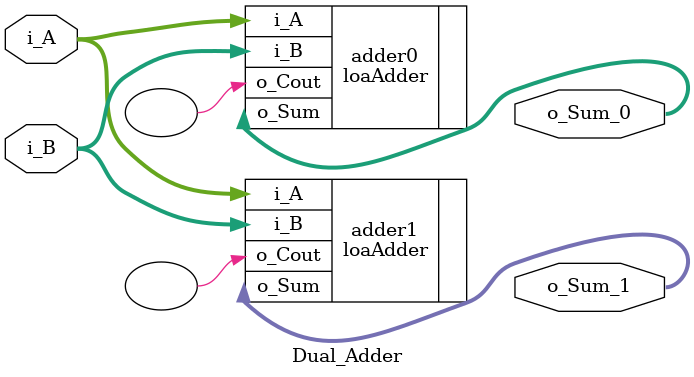
<source format=v>
`timescale 1ns / 1ps


module Dual_Adder #(parameter N = 16, K_0=4, K_1=8)
    (input[N-1:0] i_A, 
    input[N-1:0] i_B, 
    output[N-1:0] o_Sum_0, 
    output[N-1:0] o_Sum_1);


    loaAdder #(.N(N), .K(K_0)) adder0 (.i_A(i_A), .i_B(i_B), .o_Sum(o_Sum_0), .o_Cout());
    loaAdder #(.N(N), .K(K_1)) adder1 (.i_A(i_A), .i_B(i_B), .o_Sum(o_Sum_1), .o_Cout());
    
    
endmodule

</source>
